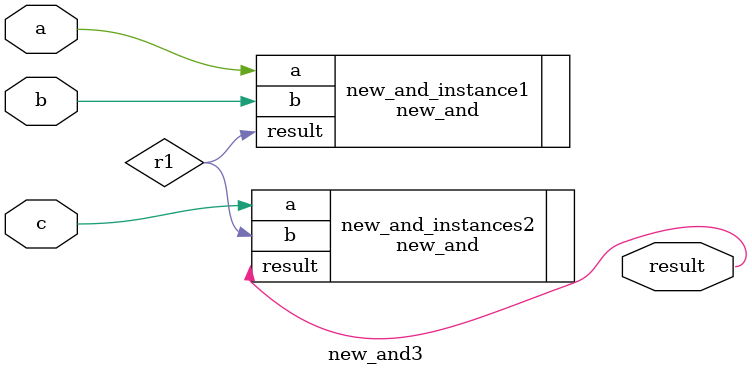
<source format=v>
`timescale 1ns / 1ps


module new_and3(
    input a,
    input b,
    input c,
    output result
    );
    
    wire r1;
    
    new_and new_and_instance1(
        .a(a),
        .b(b),
        .result(r1)
    );
    
    new_and new_and_instances2(
        .a(c),
        .b(r1),
        .result(result)
    );
   
endmodule

</source>
